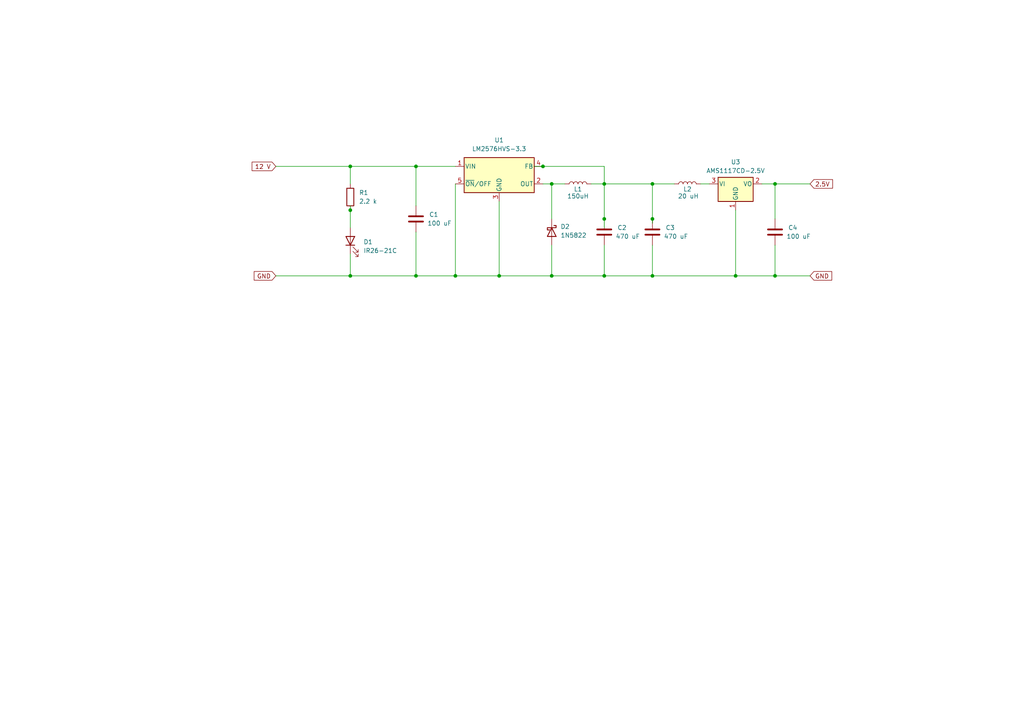
<source format=kicad_sch>
(kicad_sch (version 20231120) (generator "eeschema") (generator_version "8.0")
  (paper "A4")
  (lib_symbols
    (symbol "C_1" (pin_numbers hide) (pin_names (offset 0.254))
      (property "Reference" "C" (at 0.635 2.54 0))
      (property "Value" "C" (at 0.635 -2.54 0))
      (symbol "C_1_0_1"
        (polyline (pts (xy -2.032 -0.762) (xy 2.032 -0.762)) (stroke (width 0.508)))
        (polyline (pts (xy -2.032 0.762) (xy 2.032 0.762)) (stroke (width 0.508)))
      )
      (symbol "C_1_1_1"
        (pin passive line (at 0 3.81 270) (length 2.794) (name "~") (number "1"))
        (pin passive line (at 0 -3.81 90) (length 2.794) (name "~") (number "2"))
      )
    )
    (symbol "Device:C" (pin_numbers hide) (pin_names (offset 0.254))
      (property "Reference" "C" (at 0.635 2.54 0))
      (property "Value" "C" (at 0.635 -2.54 0))
      (symbol "C_0_1"
        (polyline (pts (xy -2.032 -0.762) (xy 2.032 -0.762)) (stroke (width 0.508)))
        (polyline (pts (xy -2.032 0.762) (xy 2.032 0.762)) (stroke (width 0.508)))
      )
      (symbol "C_1_1"
        (pin passive line (at 0 3.81 270) (length 2.794) (name "~") (number "1"))
        (pin passive line (at 0 -3.81 90) (length 2.794) (name "~") (number "2"))
      )
    )
    (symbol "Device:L" (pin_numbers hide) (pin_names (offset 1.016) hide)
      (property "Reference" "L" (at -1.27 0 90))
      (property "Value" "L" (at 1.905 0 90))
      (symbol "L_0_1"
        (arc (start 0 -2.54) (mid 0.6323 -1.905) (end 0 -1.27))
        (arc (start 0 -1.27) (mid 0.6323 -0.635) (end 0 0))
        (arc (start 0 0) (mid 0.6323 0.635) (end 0 1.27))
        (arc (start 0 1.27) (mid 0.6323 1.905) (end 0 2.54))
      )
      (symbol "L_1_1"
        (pin passive line (at 0 3.81 270) (length 1.27) (name "1") (number "1"))
        (pin passive line (at 0 -3.81 90) (length 1.27) (name "2") (number "2"))
      )
    )
    (symbol "Device:R" (pin_numbers hide) (pin_names (offset 0))
      (property "Reference" "R" (at 2.032 0 90))
      (property "Value" "R" (at 0 0 90))
      (symbol "R_0_1"
        (rectangle (start -1.016 -2.54) (end 1.016 2.54) (stroke (width 0.254)))
      )
      (symbol "R_1_1"
        (pin passive line (at 0 3.81 270) (length 1.27) (name "~") (number "1"))
        (pin passive line (at 0 -3.81 90) (length 1.27) (name "~") (number "2"))
      )
    )
    (symbol "Diode:1N5822" (pin_numbers hide) (pin_names (offset 1.016) hide)
      (property "Reference" "D" (at 0 2.54 0))
      (property "Value" "1N5822" (at 0 -2.54 0))
      (symbol "1N5822_0_1"
        (polyline (pts (xy 1.27 0) (xy -1.27 0)))
        (polyline (pts (xy 1.27 1.27) (xy 1.27 -1.27) (xy -1.27 0) (xy 1.27 1.27)) (stroke (width 0.254)))
        (polyline (pts (xy -1.905 0.635) (xy -1.905 1.27) (xy -1.27 1.27) (xy -1.27 -1.27) (xy -0.635 -1.27) (xy -0.635 -0.635)) (stroke (width 0.254)))
      )
      (symbol "1N5822_1_1"
        (pin passive line (at -3.81 0 0) (length 2.54) (name "K") (number "1"))
        (pin passive line (at 3.81 0 180) (length 2.54) (name "A") (number "2"))
      )
    )
    (symbol "LED:IR26-21C_L110_TR8" (pin_numbers hide) (pin_names (offset 1.016) hide)
      (property "Reference" "D" (at 0 2.54 0))
      (property "Value" "IR26-21C_L110_TR8" (at 0 -3.81 0))
      (symbol "IR26-21C_L110_TR8_0_1"
        (polyline (pts (xy -1.27 -1.27) (xy -1.27 1.27)) (stroke (width 0.254)))
        (polyline (pts (xy -1.27 0) (xy 1.27 0)))
        (polyline (pts (xy 1.27 -1.27) (xy 1.27 1.27) (xy -1.27 0) (xy 1.27 -1.27)) (stroke (width 0.254)))
        (polyline (pts (xy -3.048 -0.762) (xy -4.572 -2.286) (xy -3.81 -2.286) (xy -4.572 -2.286) (xy -4.572 -1.524)))
        (polyline (pts (xy -1.778 -0.762) (xy -3.302 -2.286) (xy -2.54 -2.286) (xy -3.302 -2.286) (xy -3.302 -1.524)))
      )
      (symbol "IR26-21C_L110_TR8_1_1"
        (pin passive line (at -3.81 0 0) (length 2.54) (name "K") (number "1"))
        (pin passive line (at 3.81 0 180) (length 2.54) (name "A") (number "2"))
      )
    )
    (symbol "Regulator_Linear:AMS1117CD-2.5" (pin_names (offset 0.254))
      (property "Reference" "U" (at -3.81 3.175 0))
      (property "Value" "AMS1117CD-2.5" (at 0 3.175 0))
      (symbol "AMS1117CD-2.5_0_1"
        (rectangle (start -5.08 -5.08) (end 5.08 1.905) (stroke (width 0.254)) (fill (type background)))
      )
      (symbol "AMS1117CD-2.5_1_1"
        (pin power_in line (at 0 -7.62 90) (length 2.54) (name "GND") (number "1"))
        (pin power_out line (at 7.62 0 180) (length 2.54) (name "VO") (number "2"))
        (pin power_in line (at -7.62 0 0) (length 2.54) (name "VI") (number "3"))
      )
    )
    (symbol "Regulator_Switching:LM2576HVS-3.3" (pin_names (offset 0.254))
      (property "Reference" "U" (at -10.16 6.35 0))
      (property "Value" "LM2576HVS-3.3" (at 0 6.35 0))
      (symbol "LM2576HVS-3.3_0_1"
        (rectangle (start -10.16 5.08) (end 10.16 -5.08) (stroke (width 0.254)) (fill (type background)))
      )
      (symbol "LM2576HVS-3.3_1_1"
        (pin power_in line (at -12.7 2.54 0) (length 2.54) (name "VIN") (number "1"))
        (pin output line (at 12.7 -2.54 180) (length 2.54) (name "OUT") (number "2"))
        (pin power_in line (at 0 -7.62 90) (length 2.54) (name "GND") (number "3"))
        (pin input line (at 12.7 2.54 180) (length 2.54) (name "FB") (number "4"))
        (pin input line (at -12.7 -2.54 0) (length 2.54) (name "~{ON}/OFF") (number "5"))
      )
    )
  )
  (junction (at 157.48 48.26))
  (junction (at 213.36 80.01))
  (junction (at 224.79 80.01))
  (junction (at 175.26 63.5))
  (junction (at 101.6 80.01))
  (junction (at 101.6 48.26))
  (junction (at 160.02 80.01))
  (junction (at 224.79 53.34))
  (junction (at 120.65 48.26))
  (junction (at 101.6 60.96))
  (junction (at 120.65 80.01))
  (junction (at 175.26 53.34))
  (junction (at 189.23 53.34))
  (junction (at 189.23 80.01))
  (junction (at 160.02 53.34))
  (junction (at 132.08 80.01))
  (junction (at 189.23 63.5))
  (junction (at 144.78 80.01))
  (junction (at 175.26 80.01))
  (wire (pts (xy 101.6 80.01) (xy 101.6 73.66)))
  (wire (pts (xy 224.79 53.34) (xy 224.79 63.5)))
  (wire (pts (xy 132.08 80.01) (xy 120.65 80.01)))
  (wire (pts (xy 154.94 48.26) (xy 157.48 48.26)))
  (wire (pts (xy 224.79 53.34) (xy 234.95 53.34)))
  (wire (pts (xy 80.01 80.01) (xy 101.6 80.01)))
  (wire (pts (xy 189.23 71.12) (xy 189.23 80.01)))
  (wire (pts (xy 175.26 53.34) (xy 189.23 53.34)))
  (wire (pts (xy 220.98 53.34) (xy 224.79 53.34)))
  (wire (pts (xy 224.79 80.01) (xy 213.36 80.01)))
  (wire (pts (xy 224.79 71.12) (xy 224.79 80.01)))
  (wire (pts (xy 160.02 71.12) (xy 160.02 80.01)))
  (wire (pts (xy 160.02 53.34) (xy 163.83 53.34)))
  (wire (pts (xy 189.23 80.01) (xy 175.26 80.01)))
  (wire (pts (xy 224.79 80.01) (xy 234.95 80.01)))
  (wire (pts (xy 189.23 53.34) (xy 189.23 63.5)))
  (wire (pts (xy 101.6 53.34) (xy 101.6 48.26)))
  (wire (pts (xy 213.36 60.96) (xy 213.36 80.01)))
  (wire (pts (xy 157.48 48.26) (xy 175.26 48.26)))
  (wire (pts (xy 157.48 53.34) (xy 160.02 53.34)))
  (wire (pts (xy 132.08 80.01) (xy 144.78 80.01)))
  (wire (pts (xy 175.26 53.34) (xy 171.45 53.34)))
  (wire (pts (xy 203.2 53.34) (xy 205.74 53.34)))
  (wire (pts (xy 189.23 63.5) (xy 189.23 64.77)))
  (wire (pts (xy 175.26 48.26) (xy 175.26 53.34)))
  (wire (pts (xy 175.26 53.34) (xy 175.26 63.5)))
  (wire (pts (xy 175.26 63.5) (xy 175.26 66.04)))
  (wire (pts (xy 160.02 80.01) (xy 175.26 80.01)))
  (wire (pts (xy 101.6 59.69) (xy 101.6 60.96)))
  (wire (pts (xy 80.01 48.26) (xy 101.6 48.26)))
  (wire (pts (xy 160.02 53.34) (xy 160.02 63.5)))
  (wire (pts (xy 189.23 53.34) (xy 195.58 53.34)))
  (wire (pts (xy 144.78 80.01) (xy 160.02 80.01)))
  (wire (pts (xy 120.65 48.26) (xy 101.6 48.26)))
  (wire (pts (xy 120.65 80.01) (xy 101.6 80.01)))
  (wire (pts (xy 213.36 80.01) (xy 189.23 80.01)))
  (wire (pts (xy 144.78 58.42) (xy 144.78 80.01)))
  (wire (pts (xy 132.08 53.34) (xy 132.08 80.01)))
  (wire (pts (xy 120.65 67.31) (xy 120.65 80.01)))
  (wire (pts (xy 101.6 60.96) (xy 101.6 66.04)))
  (wire (pts (xy 120.65 48.26) (xy 132.08 48.26)))
  (wire (pts (xy 175.26 71.12) (xy 175.26 80.01)))
  (wire (pts (xy 120.65 59.69) (xy 120.65 48.26)))
  (global_label "2.5V" (shape input) (at 234.95 53.34 0) (property "Intersheetrefs" "${INTERSHEET_REFS}" (effects (hide yes))))
  (global_label "12 V" (shape input) (at 80.01 48.26 180) (property "Intersheetrefs" "${INTERSHEET_REFS}" (effects (hide yes))))
  (global_label "GND" (shape input) (at 80.01 80.01 180) (property "Intersheetrefs" "${INTERSHEET_REFS}" (effects (hide yes))))
  (global_label "GND" (shape input) (at 234.95 80.01 0) (property "Intersheetrefs" "${INTERSHEET_REFS}" (effects (hide yes))))
  (symbol (lib_name "C_1") (lib_id "Device:C") (at 120.65 63.5 0) (unit 1)
    (property "Reference" "C1" (at 124.46 62.2299 0) (effects (justify left)))
    (property "Value" "100 uF" (at 123.952 64.77 0) (effects (justify left)))
    (property "Description" "Unpolarized capacitor" (effects (hide yes)))
  )
  (symbol (lib_id "Device:C") (at 224.79 67.31 0) (unit 1)
    (property "Reference" "C4" (at 228.6 66.0399 0) (effects (justify left)))
    (property "Value" "100 uF" (at 228.092 68.58 0) (effects (justify left)))
    (property "Description" "Unpolarized capacitor" (effects (hide yes)))
  )
  (symbol (lib_id "Device:L") (at 199.39 53.34 90) (unit 1)
    (property "Reference" "L2" (at 199.39 54.864 90))
    (property "Value" "20 uH" (at 199.644 56.896 90))
    (property "Description" "Inductor" (effects (hide yes)))
  )
  (symbol (lib_id "LED:IR26-21C_L110_TR8") (at 101.6 69.85 90) (unit 1)
    (property "Reference" "D1" (at 105.41 70.1674 90) (effects (justify right)))
    (property "Value" "IR26-21C" (at 105.41 72.7074 90) (effects (justify right)))
    (property "Footprint" "LED_SMD:LED_1206_3216Metric" (effects (hide yes)))
    (property "Datasheet" "http://www.everlight.com/file/ProductFile/IR26-21C-L110-TR8.pdf" (effects (hide yes)))
    (property "Description" "940nm, 20 deg, Infrared LED, 1206" (effects (hide yes)))
  )
  (symbol (lib_id "Device:R") (at 101.6 57.15 0) (unit 1)
    (property "Reference" "R1" (at 104.14 55.8799 0) (effects (justify left)))
    (property "Value" "2.2 k" (at 104.14 58.4199 0) (effects (justify left)))
    (property "Footprint" "ERJU14J1R5U:RES_ERJU14J1R5U" (effects (hide yes)))
    (property "Description" "Resistor" (effects (hide yes)))
  )
  (symbol (lib_id "Device:L") (at 167.64 53.34 90) (unit 1)
    (property "Reference" "L1" (at 167.64 54.864 90))
    (property "Value" "150uH" (at 167.64 56.896 90))
    (property "Description" "Inductor" (effects (hide yes)))
  )
  (symbol (lib_id "Regulator_Linear:AMS1117CD-2.5") (at 213.36 53.34 0) (unit 1)
    (property "Reference" "U3" (at 213.36 46.99 0))
    (property "Value" "AMS1117CD-2.5V" (at 213.36 49.53 0))
    (property "Footprint" "Package_TO_SOT_SMD:TO-252-3_TabPin2" (effects (hide yes)))
    (property "Datasheet" "http://www.advanced-monolithic.com/pdf/ds1117.pdf" (effects (hide yes)))
    (property "Description" "1A Low Dropout regulator, positive, 2.5V fixed output, TO-252" (effects (hide yes)))
  )
  (symbol (lib_id "Device:C") (at 175.26 67.31 0) (unit 1)
    (property "Reference" "C2" (at 179.07 66.0399 0) (effects (justify left)))
    (property "Value" "470 uF" (at 178.562 68.58 0) (effects (justify left)))
    (property "Description" "Unpolarized capacitor" (effects (hide yes)))
  )
  (symbol (lib_id "Diode:1N5822") (at 160.02 67.31 270) (unit 1)
    (property "Reference" "D2" (at 162.56 65.7224 90) (effects (justify left)))
    (property "Value" "1N5822" (at 162.56 68.2624 90) (effects (justify left)))
    (property "Footprint" "Diode_THT:D_DO-201AD_P15.24mm_Horizontal" (effects (hide yes)))
    (property "Datasheet" "http://www.vishay.com/docs/88526/1n5820.pdf" (effects (hide yes)))
    (property "Description" "40V 3A Schottky Barrier Rectifier Diode, DO-201AD" (effects (hide yes)))
  )
  (symbol (lib_id "Device:C") (at 189.23 67.31 0) (unit 1)
    (property "Reference" "C3" (at 193.04 66.0399 0) (effects (justify left)))
    (property "Value" "470 uF" (at 192.532 68.58 0) (effects (justify left)))
    (property "Description" "Unpolarized capacitor" (effects (hide yes)))
  )
  (symbol (lib_id "Regulator_Switching:LM2576HVS-3.3") (at 144.78 50.8 0) (unit 1)
    (property "Reference" "U1" (at 144.78 40.64 0))
    (property "Value" "LM2576HVS-3.3" (at 144.78 43.18 0))
    (property "Footprint" "Package_TO_SOT_SMD:TO-263-5_TabPin3" (effects (hide yes)))
    (property "Datasheet" "http://www.ti.com/lit/ds/symlink/lm2576.pdf" (effects (hide yes)))
    (property "Description" "3.3V, 3A, SIMPLE SWITCHER® Step-Down Voltage Regulator, High Voltage Input, TO-263" (effects (hide yes)))
  )
)
</source>
